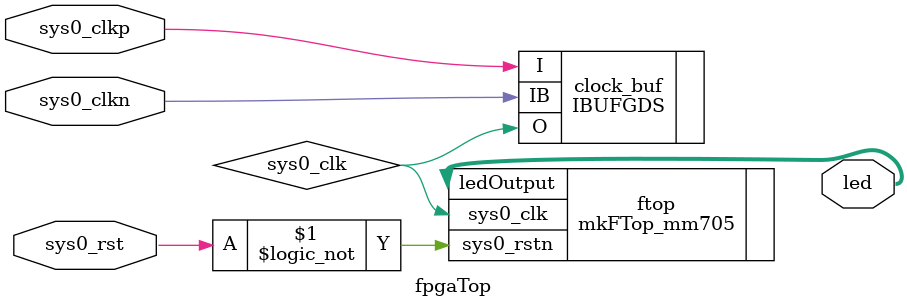
<source format=v>

module fpgaTop (
  input  wire        sys0_clkp,      // sys0 Clock +
  input  wire        sys0_clkn,      // sys0 Clock -
  input  wire        sys0_rst,       // sys0 Reset (active high)

  output wire [7:0]  led            // leds
//  output wire [3:0]  lcd_db,
//  output wire        lcd_e,
//  output wire        lcd_rs,
//  output wire        lcd_rw


);

//ECO here
wire sys0_clk;
IBUFGDS clock_buf( .O(sys0_clk), .I(sys0_clkp), .IB(sys0_clkn));

// Instance and connect mkFTop...
 mkFTop_mm705 ftop(
  .sys0_clk          (sys0_clk),
  .sys0_rstn         (!sys0_rst),   // Invert to make active-low

  .ledOutput           (led)
//  .lcd_db            (lcd_db),
//  .lcd_e             (lcd_e),
//  .lcd_rs            (lcd_rs),
//  .lcd_rw            (lcd_rw)
);

endmodule

</source>
